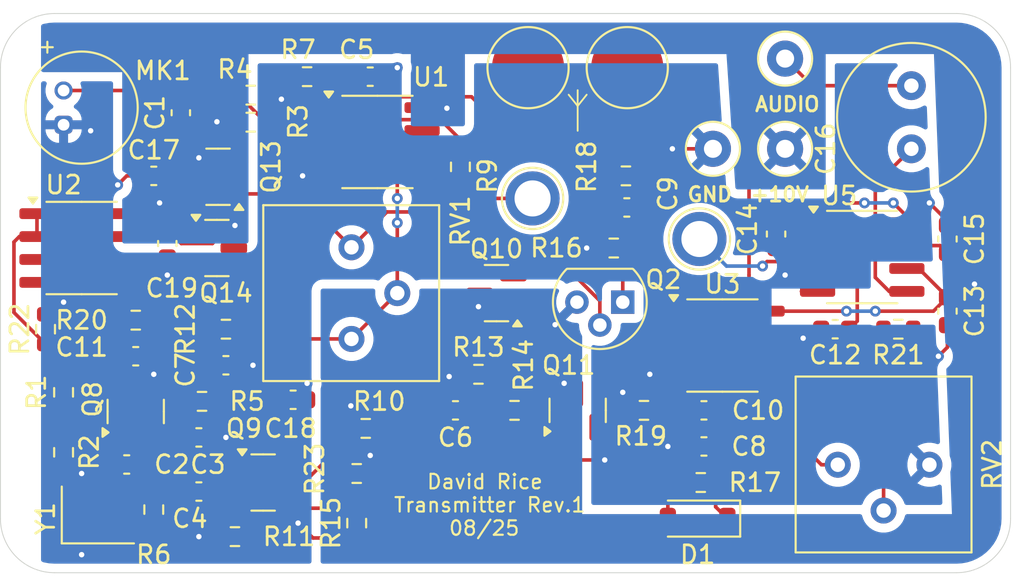
<source format=kicad_pcb>
(kicad_pcb (version 20241229) (generator "pcbnew") (generator_version "9.0")
  (layers (0 "F.Cu" signal) (2 "B.Cu" signal) (13 "F.Paste" user) (15 "B.Paste" user) (5 "F.SilkS" user "F.Silkscreen") (7 "B.SilkS" user "B.Silkscreen") (1 "F.Mask" user) (3 "B.Mask" user) (25 "Edge.Cuts" user))
  (net 0 "")
  (net 1 "Net-(U1A-+)")
  (net 2 "Net-(MK1-+)")
  (net 3 "Net-(Q8-B)")
  (net 4 "Net-(Q8-E)")
  (net 5 "GND")
  (net 6 "Net-(Q9-B)")
  (net 7 "Net-(C5-Pad1)")
  (net 8 "Net-(Q10-B)")
  (net 9 "Net-(Q9-C)")
  (net 10 "Net-(C7-Pad1)")
  (net 11 "Net-(D1-K)")
  (net 12 "Antenna")
  (net 13 "Net-(U2A-+)")
  (net 14 "Net-(U5--)")
  (net 15 "+10V")
  (net 16 "Net-(C14-Pad1)")
  (net 17 "Net-(C14-Pad2)")
  (net 18 "Net-(U5-BYPASS)")
  (net 19 "Net-(C16-Pad1)")
  (net 20 "Net-(D1-A)")
  (net 21 "MODULATING_SIGNAL")
  (net 22 "Net-(Q8-C)")
  (net 23 "Net-(Q9-E)")
  (net 24 "Net-(Q10-E)")
  (net 25 "Net-(Q13-B)")
  (net 26 "DC_INPUT")
  (net 27 "Net-(U1A--)")
  (net 28 "Net-(U1B-+)")
  (net 29 "Net-(U1B--)")
  (net 30 "Net-(R21-Pad1)")
  (net 31 "Net-(Q2-E)")
  (net 32 "Net-(Q13-E)")
  (net 33 "Net-(U3A-+)")
  (net 34 "Net-(U3A--)")
  (net 41 "SPEAKER")
  (footprint "Capacitor_THT:C_Radial_D8.0mm_H11.5mm_P3.50mm" (layer "F.Cu") (at 202.5 47 90)
    (property "Reference" "C16")
    (property "Value" "220uF" (hide yes))
  )
  (footprint "TestPoint:TestPoint_Loop_D2.50mm_Drill1.0mm" (layer "F.Cu") (at 191.5 47 90)
    (property "Reference" "TP2" (hide yes))
    (property "Value" "TestPoint" (hide yes))
  )
  (footprint "Package_SO:SOIC-8_3.9x4.9mm_P1.27mm" (layer "F.Cu") (at 192.025 57.905)
    (property "Reference" "U3")
    (property "Value" "NCS20072D" (hide yes))
  )
  (footprint "TestPoint:TestPoint_Plated_Hole_D2.0mm" (layer "F.Cu") (at 190.75 52)
    (property "Reference" "TP7" (hide yes))
    (property "Value" "TestPoint" (hide yes))
  )
  (footprint "Resistor_SMD:R_0603_1608Metric" (layer "F.Cu") (at 201.775 57 180)
    (property "Reference" "R21")
    (property "Value" "22K" (hide yes))
  )
  (footprint "Resistor_SMD:R_0603_1608Metric" (layer "F.Cu") (at 190.825 65.5 180)
    (property "Reference" "R17")
    (property "Value" "1K" (hide yes))
  )
  (footprint "TestPoint:TestPoint_Loop_D2.50mm_Drill1.0mm" (layer "F.Cu") (at 195.5 42 90)
    (property "Reference" "TP4" (hide yes))
    (property "Value" "TestPoint" (hide yes))
  )
  (footprint "Package_SO:SOIC-8_3.9x4.9mm_P1.27mm" (layer "F.Cu") (at 156.5 52.5)
    (property "Reference" "U2")
    (property "Value" "NCS20072D" (hide yes))
  )
  (footprint "Sensor_Audio:POM-2244P-C3310-2-R" (layer "F.Cu") (at 155.5 45.6675 90)
    (property "Reference" "MK1")
    (property "Value" "Microphone" (hide yes))
  )
  (footprint "Package_SO:SOIC-8_3.9x4.9mm_P1.27mm" (layer "F.Cu") (at 199.775 53)
    (property "Reference" "U5")
    (property "Value" "LM386" (hide yes))
  )
  (footprint "Diode_SMD:D_SOD-123" (layer "F.Cu") (at 190.65 67.5 180)
    (property "Reference" "D1")
    (property "Value" "D" (hide yes))
  )
  (footprint "Capacitor_SMD:C_0603_1608Metric" (layer "F.Cu") (at 163 66 180)
    (property "Reference" "C4")
    (property "Value" "10uF" (hide yes))
  )
  (footprint "Capacitor_SMD:C_0603_1608Metric" (layer "F.Cu") (at 162 45 90)
    (property "Reference" "C1")
    (property "Value" "10u" (hide yes))
  )
  (footprint "Resistor_SMD:R_0603_1608Metric" (layer "F.Cu") (at 171.75 65)
    (property "Reference" "R23")
    (property "Value" "22K" (hide yes))
  )
  (footprint "Potentiometer_THT:Potentiometer_Bourns_3386P_Vertical" (layer "F.Cu") (at 171.46 57.54)
    (property "Reference" "RV1")
    (property "Value" "R_Potentiometer" (hide yes))
  )
  (footprint "Resistor_SMD:R_0603_1608Metric" (layer "F.Cu") (at 164.5 57 180)
    (property "Reference" "R12")
    (property "Value" "100R" (hide yes))
  )
  (footprint "Resistor_SMD:R_0603_1608Metric" (layer "F.Cu") (at 163.175 61 180)
    (property "Reference" "R5")
    (property "Value" "100R" (hide yes))
  )
  (footprint "Package_SO:SOIC-8_3.9x4.9mm_P1.27mm" (layer "F.Cu") (at 172.9 46.62)
    (property "Reference" "U1")
    (property "Value" "NCS20072D" (hide yes))
  )
  (footprint "Resistor_SMD:R_0603_1608Metric" (layer "F.Cu") (at 154.5 57 90)
    (property "Reference" "R22")
    (property "Value" "10K" (hide yes))
  )
  (footprint "Capacitor_SMD:C_0603_1608Metric" (layer "F.Cu") (at 177.225 61.5 180)
    (property "Reference" "C6")
    (property "Value" "10uF" (hide yes))
  )
  (footprint "Package_TO_SOT_SMD:SOT-23" (layer "F.Cu") (at 184 61.5 90)
    (property "Reference" "Q11")
    (property "Value" "Q_NPN_BEC" (hide yes))
  )
  (footprint "Capacitor_SMD:C_0603_1608Metric" (layer "F.Cu") (at 160.5 48.5)
    (property "Reference" "C17")
    (property "Value" "10uF" (hide yes))
  )
  (footprint "TestPoint:TestPoint_Pad_D4.0mm" (layer "F.Cu") (at 186.75 42.5 90)
    (property "Reference" "TP6" (hide yes))
    (property "Value" "TestPoint" (hide yes))
  )
  (footprint "Resistor_SMD:R_0603_1608Metric" (layer "F.Cu") (at 155.5 60.5 -90)
    (property "Reference" "R1")
    (property "Value" "110K" (hide yes))
  )
  (footprint "Resistor_SMD:R_0603_1608Metric" (layer "F.Cu") (at 186.675 48.5 180)
    (property "Reference" "R18")
    (property "Value" "100R" (hide yes))
  )
  (footprint "Package_TO_SOT_SMD:SOT-23" (layer "F.Cu") (at 164 52.5)
    (property "Reference" "Q14")
    (property "Value" "Q_NPN_BEC" (hide yes))
  )
  (footprint "Capacitor_SMD:C_0603_1608Metric" (layer "F.Cu") (at 195 51.725 -90)
    (property "Reference" "C14" (hide yes))
    (property "Value" "10uF" (hide yes))
  )
  (footprint "Resistor_SMD:R_0603_1608Metric" (layer "F.Cu") (at 171.75 67.75 90)
    (property "Reference" "R15")
    (property "Value" "15K" (hide yes))
  )
  (footprint "Resistor_SMD:R_0603_1608Metric" (layer "F.Cu") (at 178.5 59.5 180)
    (property "Reference" "R13")
    (property "Value" "15K" (hide yes))
  )
  (footprint "Package_TO_SOT_THT:TO-92" (layer "F.Cu") (at 186.5 55.5 180)
    (property "Reference" "Q2")
    (property "Value" "2N2222" (hide yes))
  )
  (footprint "Capacitor_SMD:C_0603_1608Metric" (layer "F.Cu") (at 172.5 43)
    (property "Reference" "C5")
    (property "Value" "10uF" (hide yes))
  )
  (footprint "TestPoint:TestPoint_Loop_D2.50mm_Drill1.0mm" (layer "F.Cu") (at 195.5 47 180)
    (property "Reference" "TP1" (hide yes))
    (property "Value" "TestPoint" (hide yes))
  )
  (footprint "Resistor_SMD:R_0603_1608Metric" (layer "F.Cu") (at 165.875 45.525)
    (property "Reference" "R3")
    (property "Value" "22k" (hide yes))
  )
  (footprint "Capacitor_SMD:C_0603_1608Metric" (layer "F.Cu") (at 204.5 52 -90)
    (property "Reference" "C15")
    (property "Value" "10uF" (hide yes))
  )
  (footprint "Resistor_SMD:R_0603_1608Metric" (layer "F.Cu") (at 165 68.5)
    (property "Reference" "R11")
    (property "Value" "1K" (hide yes))
  )
  (footprint "Resistor_SMD:R_0603_1608Metric" (layer "F.Cu") (at 187.675 61.5 180)
    (property "Reference" "R19")
    (property "Value" "100K" (hide yes))
  )
  (footprint "Capacitor_SMD:C_0603_1608Metric" (layer "F.Cu") (at 191 63.5 180)
    (property "Reference" "C8")
    (property "Value" "10nF" (hide yes))
  )
  (footprint "Resistor_SMD:R_0603_1608Metric" (layer "F.Cu") (at 180.5 61.5 180)
    (property "Reference" "R14")
    (property "Value" "22K" (hide yes))
  )
  (footprint "Capacitor_SMD:C_0603_1608Metric" (layer "F.Cu") (at 186.725 50.25 180)
    (property "Reference" "C9")
    (property "Value" "10uF" (hide yes))
  )
  (footprint "Resistor_SMD:R_0603_1608Metric" (layer "F.Cu") (at 172.25 62.5 180)
    (property "Reference" "R10")
    (property "Value" "1K" (hide yes))
  )
  (footprint "Package_TO_SOT_SMD:SOT-23" (layer "F.Cu") (at 164.0625 48.55 180)
    (property "Reference" "Q13")
    (property "Value" "Q_NPN_BEC" (hide yes))
  )
  (footprint "Capacitor_SMD:C_0603_1608Metric" (layer "F.Cu") (at 161.25 52.25 -90)
    (property "Reference" "C19")
    (property "Value" "10nF" (hide yes))
  )
  (footprint "TestPoint:TestPoint_Plated_Hole_D2.0mm" (layer "F.Cu") (at 181.5 49.75)
    (property "Reference" "TP8" (hide yes))
    (property "Value" "TestPoint" (hide yes))
  )
  (footprint "Capacitor_SMD:C_0603_1608Metric" (layer "F.Cu") (at 204.5 56 -90)
    (property "Reference" "C13")
    (property "Value" "10nF" (hide yes))
  )
  (footprint "Capacitor_SMD:C_0603_1608Metric" (layer "F.Cu") (at 191 61.5 180)
    (property "Reference" "C10")
    (property "Value" "10uF" (hide yes))
  )
  (footprint "Capacitor_SMD:C_0603_1608Metric" (layer "F.Cu") (at 163 63)
    (property "Reference" "C3")
    (property "Value" "51pF" (hide yes))
  )
  (footprint "Crystal:Crystal_SMD_SeikoEpson_TSX3225-4Pin_3.2x2.5mm" (layer "F.Cu") (at 157.4 67.3)
    (property "Reference" "Y1")
    (property "Value" "Crystal_GND24" (hide yes))
  )
  (footprint "Capacitor_SMD:C_0603_1608Metric" (layer "F.Cu") (at 198.275 57 180)
    (property "Reference" "C12")
    (property "Value" "50pF" (hide yes))
  )
  (footprint "Package_TO_SOT_SMD:SOT-23" (layer "F.Cu") (at 179.5 55 180)
    (property "Reference" "Q10")
    (property "Value" "Q_NPN_BEC" (hide yes))
  )
  (footprint "TestPoint:TestPoint_Pad_D4.0mm" (layer "F.Cu") (at 181.25 42.5 90)
    (property "Reference" "TP5" (hide yes))
    (property "Value" "TestPoint" (hide yes))
  )
  (footprint "Capacitor_SMD:C_0603_1608Metric" (layer "F.Cu") (at 159 64.5)
    (property "Reference" "C2")
    (property "Value" "51pF" (hide yes))
  )
  (footprint "Package_TO_SOT_SMD:SOT-23" (layer "F.Cu") (at 166.5625 65.5)
    (property "Reference" "Q9")
    (property "Value" "Q_NPN_BEC" (hide yes))
  )
  (footprint "Resistor_SMD:R_0603_1608Metric" (layer "F.Cu") (at 165.875 44.025)
    (property "Reference" "R4")
    (property "Value" "100k" (hide yes))
  )
  (footprint "Resistor_SMD:R_0603_1608Metric" (layer "F.Cu") (at 155.5 63.825 -90)
    (property "Reference" "R2")
    (property "Value" "680K" (hide yes))
  )
  (footprint "Capacitor_SMD:C_0603_1608Metric" (layer "F.Cu") (at 164.5 59)
    (property "Reference" "C7")
    (property "Value" "10uF" (hide yes))
  )
  (footprint "Capacitor_SMD:C_0603_1608Metric" (layer "F.Cu") (at 159.5 58.5)
    (property "Reference" "C11")
    (property "Value" "10uF" (hide yes))
  )
  (footprint "Package_TO_SOT_SMD:SOT-23" (layer "F.Cu") (at 159.5 61.5625 90)
    (property "Reference" "Q8")
    (property "Value" "Q_NPN_BEC" (hide yes))
  )
  (footprint "Capacitor_SMD:C_0603_1608Metric" (layer "F.Cu") (at 168.225 60.9125)
    (property "Reference" "C18")
    (property "Value" "10nF" (hide yes))
  )
  (footprint "Resistor_SMD:R_0603_1608Metric" (layer "F.Cu") (at 160.5 67 -90)
    (property "Reference" "R6")
    (property "Value" "1K" (hide yes))
  )
  (footprint "Resistor_SMD:R_0603_1608Metric" (layer "F.Cu") (at 159.5 56.5 180)
    (property "Reference" "R20")
    (property "Value" "100K" (hide yes))
  )
  (footprint "Potentiometer_THT:Potentiometer_Bourns_3386P_Vertical" (layer "F.Cu") (at 198.42 64.515 -90)
    (property "Reference" "RV2")
    (property "Value" "R_Potentiometer" (hide yes))
  )
  (footprint "Resistor_SMD:R_0603_1608Metric" (layer "F.Cu") (at 186 52.5 180)
    (property "Reference" "R16")
    (property "Value" "1K" (hide yes))
  )
  (footprint "Resistor_SMD:R_0603_1608Metric" (layer "F.Cu") (at 177.5 48 90)
    (property "Reference" "R9")
    (property "Value" "10k" (hide yes))
  )
  (footprint "Resistor_SMD:R_0603_1608Metric" (layer "F.Cu") (at 169 43)
    (property "Reference" "R7")
    (property "Value" "1k" (hide yes))
  )
  (gr_line (start 184 44.625) (end 184.5 44) (stroke (width 0.1)) (layer "F.SilkS"))
  (gr_line (start 184 43.75) (end 184 44.625) (stroke (width 0.1)) (layer "F.SilkS"))
  (gr_line (start 184 44.625) (end 183.5 44) (stroke (width 0.1)) (layer "F.SilkS"))
  (gr_line (start 184 46) (end 184 44.5) (stroke (width 0.1)) (layer "F.SilkS"))
  (gr_line (start 208 42.5) (end 208 67.5) (stroke (width 0.05)) (layer "Edge.Cuts"))
  (gr_arc (start 155 70.5) (mid 152.87868 69.62132) (end 152 67.5) (stroke (width 0.05)) (layer "Edge.Cuts"))
  (gr_line (start 155 39.5) (end 205 39.5) (stroke (width 0.05)) (layer "Edge.Cuts"))
  (gr_arc (start 208 67.5) (mid 207.12132 69.62132) (end 205 70.5) (stroke (width 0.05)) (layer "Edge.Cuts"))
  (gr_line (start 152 67.5) (end 152 42.5) (stroke (width 0.05)) (layer "Edge.Cuts"))
  (gr_arc (start 205 39.5) (mid 207.12132 40.37868) (end 208 42.5) (stroke (width 0.05)) (layer "Edge.Cuts"))
  (gr_arc (start 152 42.5) (mid 152.87868 40.37868) (end 155 39.5) (stroke (width 0.05)) (layer "Edge.Cuts"))
  (gr_line (start 205 70.5) (end 155 70.5) (stroke (width 0.05)) (layer "Edge.Cuts"))
  (gr_text "+10V" (at 193.5 50 0) (layer "F.SilkS") (effects (font (size 0.8 0.8) (thickness 0.16) (bold yes)) (justify left bottom)))
  (gr_text "GND" (at 190 50 0) (layer "F.SilkS") (effects (font (size 0.8 0.8) (thickness 0.16) (bold yes)) (justify left bottom)))
  (gr_text "   David Rice\nTransmitter Rev.1\n     08/25" (at 173.75 68.5 0) (layer "F.SilkS") (effects (font (size 0.8 0.8) (thickness 0.12)) (justify left bottom)))
  (gr_text "C14" (at 194 53 90) (layer "F.SilkS") (effects (font (size 1 1)) (justify left bottom)))
  (gr_text "AUDIO" (at 193.75 45 0) (layer "F.SilkS") (effects (font (size 0.8 0.8) (thickness 0.16) (bold yes)) (justify left bottom)))
  (segment (start 166.7 45.525) (end 168.43 47.255) (width 0.2) (layer "F.Cu") (net 1))
  (segment (start 165.05 44.025) (end 165.2 44.025) (width 0.2) (layer "F.Cu") (net 1))
  (segment (start 162 44.225) (end 162.2 44.025) (width 0.2) (layer "F.Cu") (net 1))
  (segment (start 162.2 44.025) (end 165.05 44.025) (width 0.2) (layer "F.Cu") (net 1))
  (segment (start 165.2 44.025) (end 166.7 45.525) (width 0.2) (layer "F.Cu") (net 1))
  (segment (start 168.43 47.255) (end 170.425 47.255) (width 0.2) (layer "F.Cu") (net 1))
  (segment (start 164.85 44.225) (end 165.05 44.025) (width 0.2) (layer "F.Cu") (net 1))
  (segment (start 159.9925 43.7675) (end 162 45.775) (width 0.2) (layer "F.Cu") (net 2))
  (segment (start 155.5 43.7675) (end 159.9925 43.7675) (width 0.2) (layer "F.Cu") (net 2))
  (segment (start 158.225 64.5) (end 158.225 64.275) (width 0.2) (layer "F.Cu") (net 3))
  (segment (start 158.5 66.5) (end 158.5 64.775) (width 0.2) (layer "F.Cu") (net 3))
  (segment (start 157 63) (end 157.5 62.5) (width 0.2) (layer "F.Cu") (net 3))
  (segment (start 155.5 63) (end 157 63) (width 0.2) (layer "F.Cu") (net 3))
  (segment (start 158.55 63.95) (end 158.55 62.5) (width 0.2) (layer "F.Cu") (net 3))
  (segment (start 158.5 64.775) (end 158.225 64.5) (width 0.2) (layer "F.Cu") (net 3))
  (segment (start 158.225 64.275) (end 158.55 63.95) (width 0.2) (layer "F.Cu") (net 3))
  (segment (start 155.5 61.325) (end 155.5 63) (width 0.2) (layer "F.Cu") (net 3))
  (segment (start 157.5 62.5) (end 158.55 62.5) (width 0.2) (layer "F.Cu") (net 3))
  (segment (start 159.775 63.175) (end 160.45 62.5) (width 0.2) (layer "F.Cu") (net 4))
  (segment (start 160.675 66) (end 160.5 66.175) (width 0.2) (layer "F.Cu") (net 4))
  (segment (start 162.225 63) (end 160.95 63) (width 0.2) (layer "F.Cu") (net 4))
  (segment (start 160.5 66.175) (end 162.05 66.175) (width 0.2) (layer "F.Cu") (net 4))
  (segment (start 160.95 63) (end 160.45 62.5) (width 0.2) (layer "F.Cu") (net 4))
  (segment (start 159.775 64.5) (end 159.775 65.45) (width 0.2) (layer "F.Cu") (net 4))
  (segment (start 159.775 65.45) (end 160.5 66.175) (width 0.2) (layer "F.Cu") (net 4))
  (segment (start 159.775 64.5) (end 159.775 63.175) (width 0.2) (layer "F.Cu") (net 4))
  (segment (start 162.05 66.175) (end 162.225 66) (width 0.2) (layer "F.Cu") (net 4))
  (segment (start 173.5 43) (end 174 42.5) (width 0.2) (layer "F.Cu") (net 5))
  (segment (start 156.3 66.5) (end 156.3 68.1) (width 0.2) (layer "F.Cu") (net 5))
  (segment (start 164.175 68.5) (end 163 68.5) (width 0.2) (layer "F.Cu") (net 5))
  (segment (start 197.3 56.8) (end 197.5 57) (width 0.2) (layer "F.Cu") (net 5))
  (segment (start 155.5 64.65) (end 155.5 65.7) (width 0.2) (layer "F.Cu") (net 5))
  (segment (start 204.5 51) (end 203.5 50) (width 0.2) (layer "F.Cu") (net 5))
  (segment (start 189.25 45) (end 186.75 42.5) (width 0.2) (layer "F.Cu") (net 5))
  (segment (start 197.3 53.635) (end 195.865 53.635) (width 0.2) (layer "F.Cu") (net 5))
  (segment (start 155.525 55.475) (end 155.5 55.5) (width 0.2) (layer "F.Cu") (net 5))
  (segment (start 160.275 59.275) (end 160.5 59.5) (width 0.2) (layer "F.Cu") (net 5))
  (segment (start 167.325933 44) (end 167.05 44) (width 0.2) (layer "F.Cu") (net 5))
  (segment (start 167.025 44.025) (end 166.7 44.025) (width 0.2) (layer "F.Cu") (net 5))
  (segment (start 190.225 63.5) (end 189 63.5) (width 0.2) (layer "F.Cu") (net 5))
  (segment (start 190 63.725) (end 190.225 63.5) (width 0.2) (layer "F.Cu") (net 5))
  (segment (start 167.575 44.249067) (end 167.325933 44) (width 0.2) (layer "F.Cu") (net 5))
  (segment (start 204.5 51.225) (end 204.5 51) (width 0.2) (layer "F.Cu") (net 5))
  (segment (start 196.405 54.905) (end 197.3 54.905) (width 0.2) (layer "F.Cu") (net 5))
  (segment (start 160.175 67.825) (end 159.9 68.1) (width 0.2) (layer "F.Cu") (net 5))
  (segment (start 197.5 57) (end 197 57) (width 0.2) (layer "F.Cu") (net 5))
  (segment (start 159 48.5) (end 158.5 49) (width 0.2) (layer "F.Cu") (net 5))
  (segment (start 154.5 56.175) (end 154.825 56.175) (width 0.2) (layer "F.Cu") (net 5))
  (segment (start 186.85 61.5) (end 186.85 60.85) (width 0.2) (layer "F.Cu") (net 5))
  (segment (start 181.325 61.5) (end 181.325 62.091968) (width 0.2) (layer "F.Cu") (net 5))
  (segment (start 156.3 68.1) (end 156.3 69.3) (width 0.2) (layer "F.Cu") (net 5))
  (segment (start 188.31 59.81) (end 188 59.5) (width 0.2) (layer "F.Cu") (net 5))
  (segment (start 197.3 54.905) (end 197.3 53.635) (width 0.2) (layer "F.Cu") (net 5))
  (segment (start 155.5 45.6675) (end 156.6675 45.6675) (width 0.2) (layer "F.Cu") (net 5))
  (segment (start 189.55 59.81) (end 188.31 59.81) (width 0.2) (layer "F.Cu") (net 5))
  (segment (start 156.3 68.1) (end 158.5 68.1) (width 0.2) (layer "F.Cu") (net 5))
  (segment (start 161.25 53.05) (end 161.451 52.849) (width 0.2) (layer "F.Cu") (net 5))
  (segment (start 156.3 66.5) (end 156.5 66.5) (width 0.2) (layer "F.Cu") (net 5))
  (segment (start 204.5 58) (end 204.5 56.775) (width 0.2) (layer "F.Cu") (net 5))
  (segment (start 189.5 45) (end 189.25 45) (width 0.2) (layer "F.Cu") (net 5))
  (segment (start 185.85 48.5) (end 185.85 43.4) (width 0.2) (layer "F.Cu") (net 5))
  (segment (start 171.75 68.575) (end 169.325 68.575) (width 0.2) (layer "F.Cu") (net 5))
  (segment (start 156.6675 45.6675) (end 157 46) (width 0.2) (layer "F.Cu") (net 5))
  (segment (start 169.325 68.575) (end 168.5 67.75) (width 0.2) (layer "F.Cu") (net 5))
  (segment (start 170.425 48.525) (end 168.775 48.525) (width 0.2) (layer "F.Cu") (net 5))
  (segment (start 169 60.9125) (end 169 60) (width 0.2) (layer "F.Cu") (net 5))
  (segment (start 183.483032 64.25) (end 185.5 64.25) (width 0.2) (layer "F.Cu") (net 5))
  (segment (start 155.5 64.65) (end 156.15 64.65) (width 0.2) (layer "F.Cu") (net 5))
  (segment (start 185.85 43.4) (end 186.75 42.5) (width 0.2) (layer "F.Cu") (net 5))
  (segment (start 156.15 64.65) (end 156.5 65) (width 0.2) (layer "F.Cu") (net 5))
  (segment (start 181.325 62.091968) (end 183.483032 64.25) (width 0.2) (layer "F.Cu") (net 5))
  (segment (start 197 57) (end 196.5 57.5) (width 0.2) (layer "F.Cu") (net 5))
  (segment (start 185.175 52.5) (end 184.5 52.5) (width 0.2) (layer "F.Cu") (net 5))
  (segment (start 154.405 54.405) (end 155.5 55.5) (width 0.2) (layer "F.Cu") (net 5))
  (segment (start 159.725 48.5) (end 159 48.5) (width 0.2) (layer "F.Cu") (net 5))
  (segment (start 173.275 43) (end 173.5 43) (width 0.2) (layer "F.Cu") (net 5))
  (segment (start 161.25 53.025) (end 161.25 54) (width 0.2) (layer "F.Cu") (net 5))
  (segment (start 191.5 47) (end 189.25 47) (width 0.2) (layer "F.Cu") (net 5))
  (segment (start 160.275 58.5) (end 160.275 59.275) (width 0.2) (layer "F.Cu") (net 5))
  (segment (start 156.3 69.3) (end 156.5 69.5) (width 0.2) (layer "F.Cu") (net 5))
  (segment (start 154.275 54.405) (end 154.405 54.405) (width 0.2) (layer "F.Cu") (net 5))
  (segment (start 191.5 47) (end 189.5 45) (width 0.2) (layer "F.Cu") (net 5))
  (segment (start 159.9 68.1) (end 158.5 68.1) (width 0.2) (layer "F.Cu") (net 5))
  (segment (start 168.775 48.525) (end 168.75 48.5) (width 0.2) (layer "F.Cu") (net 5))
  (segment (start 154.825 56.175) (end 155.5 55.5) (width 0.2) (layer "F.Cu") (net 5))
  (segment (start 195.865 53.635) (end 195.5 54) (width 0.2) (layer "F.Cu") (net 5))
  (segment (start 186.85 60.85) (end 186.5 60.5) (width 0.2) (layer "F.Cu") (net 5))
  (segment (start 155.5 65.7) (end 156.3 66.5) (width 0.2) (layer "F.Cu") (net 5))
  (segment (start 160.5 67.825) (end 160.175 67.825) (width 0.2) (layer "F.Cu") (net 5))
  (segment (start 165.275 59) (end 166 59) (width 0.2) (layer "F.Cu") (net 5))
  (segment (start 163.775 63) (end 164.5 63) (width 0.2) (layer "F.Cu") (net 5))
  (segment (start 204 58.5) (end 204.5 58) (width 0.2) (layer "F.Cu") (net 5))
  (segment (start 167.05 44) (end 167.025 44.025) (width 0.2) (layer "F.Cu") (net 5))
  (segment (start 190 65.5) (end 190 63.725) (width 0.2) (layer "F.Cu") (net 5))
  (via (at 158.5 49) (size 0.6) (drill 0.3) (layers "F.Cu" "B.Cu") (net 5))
  (via (at 161.25 54) (size 0.6) (drill 0.3) (layers "F.Cu" "B.Cu") (net 5))
  (via (at 166 59) (size 0.6) (drill 0.3) (layers "F.Cu" "B.Cu") (net 5))
  (via (at 169 60) (size 0.6) (drill 0.3) (layers "F.Cu" "B.Cu") (net 5))
  (via (at 188 59.5) (size 0.6) (drill 0.3) (layers "F.Cu" "B.Cu") (net 5))
  (via (at 168.5 67.75) (size 0.6) (drill 0.3) (layers "F.Cu" "B.Cu") (net 5))
  (via (at 203.5 50) (size 0.6) (drill 0.3) (layers "F.Cu" "B.Cu") (net 5))
  (via (at 164.5 63) (size 0.6) (drill 0.3) (layers "F.Cu" "B.Cu") (net 5))
  (via (at 204 58.5) (size 0.6) (drill 0.3) (layers "F.Cu" "B.Cu") (net 5))
  (via (at 168.75 48.5) (size 0.6) (drill 0.3) (layers "F.Cu" "B.Cu") (net 5))
  (via (at 196.5 57.5) (size 0.6) (drill 0.3) (layers "F.Cu" "B.Cu") (net 5))
  (via (at 156.5 65) (size 0.6) (drill 0.3) (layers "F.Cu" "B.Cu") (net 5))
  (via (at 156.5 69.5) (size 0.6) (drill 0.3) (layers "F.Cu" "B.Cu") (net 5))
  (via (at 155.5 55.5) (size 0.6) (drill 0.3) (layers "F.Cu" "B.Cu") (net 5))
  (via (at 160.5 59.5) (size 0.6) (drill 0.3) (layers "F.Cu" "B.Cu") (net 5))
  (via (at 184.5 52.5) (size 0.6) (drill 0.3) (layers "F.Cu" "B.Cu") (net 5))
  (via (at 185.5 64.25) (size 0.6) (drill 0.3) (layers "F.Cu" "B.Cu") (net 5))
  (via (at 157 46) (size 0.6) (drill 0.3) (layers "F.Cu" "B.Cu") (net 5))
  (via (at 189.25 47) (size 0.6) (drill 0.3) (layers "F.Cu" "B.Cu") (net 5))
  (via (at 163 68.5) (size 0.6) (drill 0.3) (layers "F.Cu" "B.Cu") (net 5))
  (via (at 195.5 54) (size 0.6) (drill 0.3) (layers "F.Cu" "B.Cu") (net 5))
  (via (at 167.575 44.249067) (size 0.6) (drill 0.3) (layers "F.Cu" "B.Cu") (net 5))
  (via (at 174 42.5) (size 0.6) (drill 0.3) (layers "F.Cu" "B.Cu") (net 5))
  (via (at 189 63.5) (size 0.6) (drill 0.3) (layers "F.Cu" "B.Cu") (net 5))
  (via (at 186.5 60.5) (size 0.6) (drill 0.3) (layers "F.Cu" "B.Cu") (net 5))
  (segment (start 163.775 66) (end 164.175 66) (width 0.2) (layer "F.Cu") (net 6))
  (segment (start 165.625 64.55) (end 165.625 65.004468) (width 0.2) (layer "F.Cu") (net 6))
  (segment (start 164.175 66) (end 165.625 64.55) (width 0.2) (layer "F.Cu") (net 6))
  (segment (start 171.75 66.925) (end 171.75 65.825) (width 0.2) (layer "F.Cu") (net 6))
  (segment (start 165.625 65.004468) (end 167.545532 66.925) (width 0.2) (layer "F.Cu") (net 6))
  (segment (start 171.75 65.825) (end 170.925 65) (width 0.2) (layer "F.Cu") (net 6))
  (segment (start 167.545532 66.925) (end 171.75 66.925) (width 0.2) (layer "F.Cu") (net 6))
  (segment (start 169.825 43) (end 171.725 43) (width 0.2) (layer "F.Cu") (net 7))
  (segment (start 180.849999 59.5) (end 179.325 59.5) (width 0.2) (layer "F.Cu") (net 8))
  (segment (start 183.05 61.700001) (end 180.849999 59.5) (width 0.2) (layer "F.Cu") (net 8))
  (segment (start 179.325 57.0625) (end 180.4375 55.95) (width 0.2) (layer "F.Cu") (net 8))
  (segment (start 179.325 61.15) (end 179.675 61.5) (width 0.2) (layer "F.Cu") (net 8))
  (segment (start 179.325 59.5) (end 179.325 57.0625) (width 0.2) (layer "F.Cu") (net 8))
  (segment (start 179.675 61.5) (end 178 61.5) (width 0.2) (layer "F.Cu") (net 8))
  (segment (start 183.05 62.4375) (end 183.05 61.700001) (width 0.2) (layer "F.Cu") (net 8))
  (segment (start 179.325 59.5) (end 179.325 61.15) (width 0.2) (layer "F.Cu") (net 8))
  (segment (start 167.5 65.5) (end 168.825 65.5) (width 0.2) (layer "F.Cu") (net 9))
  (segment (start 168.825 65.5) (end 170.325 64) (width 0.2) (layer "F.Cu") (net 9))
  (segment (start 175.45 62.5) (end 176.45 61.5) (width 0.2) (layer "F.Cu") (net 9))
  (segment (start 171.575 64) (end 173.075 62.5) (width 0.2) (layer "F.Cu") (net 9))
  (segment (start 173.075 62.5) (end 175.45 62.5) (width 0.2) (layer "F.Cu") (net 9))
  (segment (start 170.325 64) (end 171.575 64) (width 0.2) (layer "F.Cu") (net 9))
  (segment (start 163.675 57.675) (end 163.725 57.725) (width 0.2) (layer "F.Cu") (net 10))
  (segment (start 163.725 57.05) (end 163.675 57) (width 0.2) (layer "F.Cu") (net 10))
  (segment (start 163.725 57.725) (end 163.725 59) (width 0.2) (layer "F.Cu") (net 10))
  (segment (start 163.675 57) (end 163.675 57.675) (width 0.2) (layer "F.Cu") (net 10))
  (segment (start 191.65 66.85) (end 192.3 67.5) (width 0.2) (layer "F.Cu") (net 11))
  (segment (start 191.775 61.5) (end 191.775 63.5) (width 0.2) (layer "F.Cu") (net 11))
  (segment (start 191.65 63.625) (end 191.775 63.5) (width 0.2) (layer "F.Cu") (net 11))
  (segment (start 191.65 65.5) (end 191.65 66.85) (width 0.2) (layer "F.Cu") (net 11))
  (segment (start 191.65 65.5) (end 191.65 63.625) (width 0.2) (layer "F.Cu") (net 11))
  (segment (start 187.5 48.7) (end 185.95 50.25) (width 0.2) (layer "F.Cu") (net 12))
  (segment (start 187.5 48.5) (end 187.5 48.7) (width 0.2) (layer "F.Cu") (net 12))
  (segment (start 181.5 42.75) (end 181.25 42.5) (width 0.2) (layer "F.Cu") (net 12))
  (segment (start 185.95 50.25) (end 181.5 45.8) (width 0.2) (layer "F.Cu") (net 12))
  (segment (start 181.5 45.8) (end 181.5 42.75) (width 0.2) (layer "F.Cu") (net 12))
  (segment (start 158.725 58.5) (end 158.725 56.55) (width 0.2) (layer "F.Cu") (net 13))
  (segment (start 158.725 56.55) (end 158.675 56.5) (width 0.2) (layer "F.Cu") (net 13))
  (segment (start 158.675 56.425) (end 158.675 56.5) (width 0.2) (layer "F.Cu") (net 13))
  (segment (start 155.385 53.135) (end 158.675 56.425) (width 0.2) (layer "F.Cu") (net 13))
  (segment (start 154.025 53.135) (end 155.385 53.135) (width 0.2) (layer "F.Cu") (net 13))
  (segment (start 194.25 53.5) (end 194.499 53.251) (width 0.2) (layer "F.Cu") (net 14))
  (segment (start 196.36011 52.365) (end 195.47411 53.251) (width 0.2) (layer "F.Cu") (net 14))
  (segment (start 197.3 52.365) (end 198.274999 52.365) (width 0.2) (layer "F.Cu") (net 14))
  (segment (start 194.499 53.251) (end 195.47411 53.251) (width 0.2) (layer "F.Cu") (net 14))
  (segment (start 200.95 57) (end 199.05 57) (width 0.2) (layer "F.Cu") (net 14))
  (segment (start 198.274999 52.365) (end 199.5 53.590001) (width 0.2) (layer "F.Cu") (net 14))
  (segment (start 199.5 56.55) (end 199.05 57) (width 0.2) (layer "F.Cu") (net 14))
  (segment (start 197.3 52.365) (end 196.36011 52.365) (width 0.2) (layer "F.Cu") (net 14))
  (segment (start 199.5 53.590001) (end 199.5 56.55) (width 0.2) (layer "F.Cu") (net 14))
  (via (at 194.25 53.5) (size 0.6) (drill 0.3) (layers "F.Cu" "B.Cu") (net 14))
  (segment (start 192.25 53.5) (end 190.75 52) (width 0.2) (layer "B.Cu") (net 14))
  (segment (start 194.25 53.5) (end 192.25 53.5) (width 0.2) (layer "B.Cu") (net 14))
  (segment (start 193.5 49) (end 195.5 47) (width 0.2) (layer "F.Cu") (net 15))
  (segment (start 165.05 45.525) (end 164.025 45.525) (width 0.2) (layer "F.Cu") (net 15))
  (segment (start 193.5 54.5) (end 193.5 54) (width 0.2) (layer "F.Cu") (net 15))
  (segment (start 165.05 45.525) (end 164.975 45.525) (width 0.2) (layer "F.Cu") (net 15))
  (segment (start 205.275 55.225) (end 204.5 55.225) (width 0.2) (layer "F.Cu") (net 15))
  (segment (start 161.275 48.5) (end 163.075 48.5) (width 0.2) (layer "F.Cu") (net 15))
  (segment (start 183.8125 60.5625) (end 183.25 60) (width 0.2) (layer "F.Cu") (net 15))
  (segment (start 175.028032 44.715) (end 175.375 44.715) (width 0.2) (layer "F.Cu") (net 15))
  (segment (start 163.125 48.55) (end 163.125 47.625) (width 0.2) (layer "F.Cu") (net 15))
  (segment (start 194.5 56) (end 193.5 55) (width 0.2) (layer "F.Cu") (net 15))
  (segment (start 163.075 48.5) (end 163.125 48.55) (width 0.2) (layer "F.Cu") (net 15))
  (segment (start 176.875 59.625) (end 177 59.5) (width 0.2) (layer "F.Cu") (net 15))
  (segment (start 160.226968 50.595) (end 159.225 50.595) (width 0.2) (layer "F.Cu") (net 15))
  (segment (start 178.5625 55.6875) (end 178.5625 55) (width 0.2) (layer "F.Cu") (net 15))
  (segment (start 171.425 61.25) (end 171.425 62.5) (width 0.2) (layer "F.Cu") (net 15))
  (segment (start 204.5 55.225) (end 202.91 53.635) (width 0.2) (layer "F.Cu") (net 15))
  (segment (start 206 54.5) (end 205.275 55.225) (width 0.2) (layer "F.Cu") (net 15))
  (segment (start 194.5 56) (end 198.9 56) (width 0.2) (layer "F.Cu") (net 15))
  (segment (start 176.75 44.75) (end 176.715 44.715) (width 0.2) (layer "F.Cu") (net 15))
  (segment (start 203.725 56) (end 200.5 56) (width 0.2) (layer "F.Cu") (net 15))
  (segment (start 183.96 55.5) (end 183.96 55.54) (width 0.2) (layer "F.Cu") (net 15))
  (segment (start 183.96 55.54) (end 182.75 56.75) (width 0.2) (layer "F.Cu") (net 15))
  (segment (start 172.575 64.075) (end 172.5 64) (width 0.2) (layer "F.Cu") (net 15))
  (segment (start 177 59.5) (end 177.675 59.5) (width 0.2) (layer "F.Cu") (net 15))
  (segment (start 172.575 65) (end 172.575 64.075) (width 0.2) (layer "F.Cu") (net 15))
  (segment (start 163.125 47.625) (end 163 47.5) (width 0.2) (layer "F.Cu") (net 15))
  (segment (start 164.9375 52.5) (end 164.9375 51.3125) (width 0.2) (layer "F.Cu") (net 15))
  (segment (start 193.5 55) (end 193.5 54.5) (width 0.2) (layer "F.Cu") (net 15))
  (segment (start 160.821968 50) (end 160.226968 50.595) (width 0.2) (layer "F.Cu") (net 15))
  (segment (start 202.91 53.635) (end 202.25 53.635) (width 0.2) (layer "F.Cu") (net 15))
  (segment (start 193.5 54) (end 193.5 49) (width 0.2) (layer "F.Cu") (net 15))
  (segment (start 164.025 45.525) (end 164 45.5) (width 0.2) (layer "F.Cu") (net 15))
  (segment (start 176.715 44.715) (end 175.375 44.715) (width 0.2) (layer "F.Cu") (net 15))
  (segment (start 178.5 55.75) (end 178.5625 55.6875) (width 0.2) (layer "F.Cu") (net 15))
  (segment (start 184 60.5625) (end 183.8125 60.5625) (width 0.2) (layer "F.Cu") (net 15))
  (segment (start 164.9375 51.3125) (end 165 51.25) (width 0.2) (layer "F.Cu") (net 15))
  (segment (start 204.5 55.225) (end 203.725 56) (width 0.2) (layer "F.Cu") (net 15))
  (via (at 178.5 55.75) (size 0.6) (drill 0.3) (layers "F.Cu" "B.Cu") (net 15))
  (via (at 164 45.5) (size 0.6) (drill 0.3) (layers "F.Cu" "B.Cu") (net 15))
  (via (at 198.9 56) (size 0.6) (drill 0.3) (layers "F.Cu" "B.Cu") (net 15))
  (via (at 200.5 56) (size 0.6) (drill 0.3) (layers "F.Cu" "B.Cu") (net 15))
  (via (at 176.875 59.625) (size 0.6) (drill 0.3) (layers "F.Cu" "B.Cu") (net 15))
  (via (at 160.821968 50) (size 0.6) (drill 0.3) (layers "F.Cu" "B.Cu") (net 15))
  (via (at 171.425 61.25) (size 0.6) (drill 0.3) (layers "F.Cu" "B.Cu") (net 15))
  (via (at 182.75 56.75) (size 0.6) (drill 0.3) (layers "F.Cu" "B.Cu") (net 15))
  (via (at 172.5 64) (size 0.6) (drill 0.3) (layers "F.Cu" "B.Cu") (net 15))
  (via (at 176.75 44.75) (size 0.6) (drill 0.3) (layers "F.Cu" "B.Cu") (net 15))
  (via (at 165 51.25) (size 0.6) (drill 0.3) (layers "F.Cu" "B.Cu") (net 15))
  (via (at 206 54.5) (size 0.6) (drill 0.3) (layers "F.Cu" "B.Cu") (net 15))
  (via (at 163 47.5) (size 0.6) (drill 0.3) (layers "F.Cu" "B.Cu") (net 15))
  (via (at 183.25 60) (size 0.6) (drill 0.3) (layers "F.Cu" "B.Cu") (net 15))
  (segment (start 198.9 56) (end 200.5 56) (width 0.2) (layer "B.Cu") (net 15))
  (segment (start 195.95 50) (end 195 50.95) (width 0.2) (layer "F.Cu") (net 16))
  (segment (start 202.25 50.75) (end 201.5 50) (width 0.2) (layer "F.Cu") (net 16))
  (segment (start 202.25 51.095) (end 202.25 50.75) (width 0.2) (layer "F.Cu") (net 16))
  (segment (start 199.9 50) (end 195.95 50) (width 0.2) (layer "F.Cu") (net 16))
  (via (at 201.5 50) (size 0.6) (drill 0.3) (layers "F.Cu" "B.Cu") (net 16))
  (via (at 199.9 50) (size 0.6) (drill 0.3) (layers "F.Cu" "B.Cu") (net 16))
  (segment (start 201.5 50) (end 199.9 50) (width 0.2) (layer "B.Cu") (net 16))
  (segment (start 195 52.5) (end 196.405 51.095) (width 0.2) (layer "F.Cu") (net 17))
  (segment (start 196.405 51.095) (end 197.3 51.095) (width 0.2) (layer "F.Cu") (net 17))
  (segment (start 202.25 52.365) (end 204.09 52.365) (width 0.2) (layer "F.Cu") (net 18))
  (segment (start 204.09 52.365) (end 204.5 52.775) (width 0.2) (layer "F.Cu") (net 18))
  (segment (start 201.275001 54.905) (end 200.5 54.129999) (width 0.2) (layer "F.Cu") (net 19))
  (segment (start 200.5 49) (end 202.5 47) (width 0.2) (layer "F.Cu") (net 19))
  (segment (start 200.5 54.129999) (end 200.5 49) (width 0.2) (layer "F.Cu") (net 19))
  (segment (start 202.25 54.905) (end 201.275001 54.905) (width 0.2) (layer "F.Cu") (net 19))
  (segment (start 189 66.4875) (end 189 67.5) (width 0.2) (layer "F.Cu") (net 20))
  (segment (start 184.95 62.4375) (end 189 66.4875) (width 0.2) (layer "F.Cu") (net 20))
  (segment (start 164 61) (end 160.325 57.325) (width 0.2) (layer "F.Cu") (net 21))
  (segment (start 163.0625 53.45) (end 163.0625 53.9375) (width 0.2) (layer "F.Cu") (net 21))
  (segment (start 167.45 60.9125) (end 164.0875 60.9125) (width 0.2) (layer "F.Cu") (net 21))
  (segment (start 163.0625 53.9375) (end 160.5 56.5) (width 0.2) (layer "F.Cu") (net 21))
  (segment (start 160.5 56.5) (end 160.325 56.5) (width 0.2) (layer "F.Cu") (net 21))
  (segment (start 164.0875 60.9125) (end 164 61) (width 0.2) (layer "F.Cu") (net 21))
  (segment (start 160.325 57.325) (end 160.325 56.5) (width 0.2) (layer "F.Cu") (net 21))
  (segment (start 162.35 61) (end 159.875 61) (width 0.2) (layer "F.Cu") (net 22))
  (segment (start 159.875 61) (end 159.5 60.625) (width 0.2) (layer "F.Cu") (net 22))
  (segment (start 165.625 66.45) (end 165.625 68.3) (width 0.2) (layer "F.Cu") (net 23))
  (segment (start 165.625 68.3) (end 165.825 68.5) (width 0.2) (layer "F.Cu") (net 23))
  (segment (start 185.23 56.77) (end 185.23 55.425082) (width 0.2) (layer "F.Cu") (net 24))
  (segment (start 183.854918 54.05) (end 180.4375 54.05) (width 0.2) (layer "F.Cu") (net 24))
  (segment (start 185.23 55.425082) (end 183.854918 54.05) (width 0.2) (layer "F.Cu") (net 24))
  (segment (start 163.75 52.25) (end 164.399 51.601) (width 0.2) (layer "F.Cu") (net 25))
  (segment (start 175.375 45.985) (end 174.581968 45.985) (width 0.2) (layer "F.Cu") (net 25))
  (segment (start 175.75 49.75) (end 181.5 49.75) (width 0.2) (layer "F.Cu") (net 25))
  (segment (start 173.42 50.5) (end 175 50.5) (width 0.2) (layer "F.Cu") (net 25))
  (segment (start 164.399 50.101) (end 165 49.5) (width 0.2) (layer "F.Cu") (net 25))
  (segment (start 175 50.5) (end 175.75 49.75) (width 0.2) (layer "F.Cu") (net 25))
  (segment (start 173 50.92) (end 171.46 52.46) (width 0.2) (layer "F.Cu") (net 25))
  (segment (start 173 50.92) (end 173.42 50.5) (width 0.2) (layer "F.Cu") (net 25))
  (segment (start 173 47.566968) (end 173 50.92) (width 0.2) (layer "F.Cu") (net 25))
  (segment (start 164.399 51.601) (end 164.399 50.101) (width 0.2) (layer "F.Cu") (net 25))
  (segment (start 165 49.5) (end 168.5 49.5) (width 0.2) (layer "F.Cu") (net 25))
  (segment (start 174.581968 45.985) (end 173 47.566968) (width 0.2) (layer "F.Cu") (net 25))
  (segment (start 161.25 51.475) (end 162.025 52.25) (width 0.2) (layer "F.Cu") (net 25))
  (segment (start 162.025 52.25) (end 163.75 52.25) (width 0.2) (layer "F.Cu") (net 25))
  (segment (start 168.5 49.5) (end 171.46 52.46) (width 0.2) (layer "F.Cu") (net 25))
  (segment (start 154.025 51.865) (end 154.025 50.595) (width 0.2) (layer "F.Cu") (net 26))
  (segment (start 154.5 58.675) (end 155.5 59.675) (width 0.2) (layer "F.Cu") (net 26))
  (segment (start 153.050001 51.865) (end 152.749 52.166001) (width 0.2) (layer "F.Cu") (net 26))
  (segment (start 152.749 56.074) (end 154.5 57.825) (width 0.2) (layer "F.Cu") (net 26))
  (segment (start 154.025 51.865) (end 153.050001 51.865) (width 0.2) (layer "F.Cu") (net 26))
  (segment (start 154.5 57.825) (end 154.5 58.675) (width 0.2) (layer "F.Cu") (net 26))
  (segment (start 152.749 52.166001) (end 152.749 56.074) (width 0.2) (layer "F.Cu") (net 26))
  (segment (start 169.450001 45.985) (end 168.175 44.709999) (width 0.2) (layer "F.Cu") (net 27))
  (segment (start 177.5 46.493032) (end 176.390968 45.384) (width 0.2) (layer "F.Cu") (net 27))
  (segment (start 177.5 47.175) (end 177.5 46.493032) (width 0.2) (layer "F.Cu") (net 27))
  (segment (start 170.425 45.985) (end 169.450001 45.985) (width 0.2) (layer "F.Cu") (net 27))
  (segment (start 171.026 45.384) (end 170.425 45.985) (width 0.2) (layer "F.Cu") (net 27))
  (segment (start 176.390968 45.384) (end 171.026 45.384) (width 0.2) (layer "F.Cu") (net 27))
  (segment (start 168.175 44.709999) (end 168.175 43) (width 0.2) (layer "F.Cu") (net 27))
  (segment (start 171.026 44.114) (end 170.425 44.715) (width 0.2) (layer "F.Cu") (net 28))
  (segment (start 177.5 48.825) (end 178.5 47.825) (width 0.2) (layer "F.Cu") (net 28))
  (segment (start 178.5 47.825) (end 178.5 44.5) (width 0.2) (layer "F.Cu") (net 28))
  (segment (start 177.2 48.525) (end 177.5 48.825) (width 0.2) (layer "F.Cu") (net 28))
  (segment (start 178.5 44.5) (end 178.114 44.114) (width 0.2) (layer "F.Cu") (net 28))
  (segment (start 175.375 48.525) (end 177.2 48.525) (width 0.2) (layer "F.Cu") (net 28))
  (segment (start 178.114 44.114) (end 171.026 44.114) (width 0.2) (layer "F.Cu") (net 28))
  (segment (start 174.400001 47.255) (end 174 47.655001) (width 0.2) (layer "F.Cu") (net 29))
  (segment (start 174 51.1) (end 174 55) (width 0.2) (layer "F.Cu") (net 29))
  (segment (start 175.375 47.255) (end 174.400001 47.255) (width 0.2) (layer "F.Cu") (net 29))
  (segment (start 171.46 57.54) (end 165.865 57.54) (width 0.2) (layer "F.Cu") (net 29))
  (segment (start 171.46 57.54) (end 174 55) (width 0.2) (layer "F.Cu") (net 29))
  (segment (start 174 47.655001) (end 174 49.75) (width 0.2) (layer "F.Cu") (net 29))
  (segment (start 165.865 57.54) (end 165.325 57) (width 0.2) (layer "F.Cu") (net 29))
  (via (at 174 51.1) (size 0.6) (drill 0.3) (layers "F.Cu" "B.Cu") (net 29))
  (via (at 174 49.75) (size 0.6) (drill 0.3) (layers "F.Cu" "B.Cu") (net 29))
  (segment (start 174 49.75) (end 174 51.1) (width 0.2) (layer "B.Cu") (net 29))
  (segment (start 200.96 67.055) (end 200.96 61) (width 0.2) (layer "F.Cu") (net 30))
  (segment (start 200.96 61) (end 202.6 59.36) (width 0.2) (layer "F.Cu") (net 30))
  (segment (start 202.6 59.36) (end 202.6 57) (width 0.2) (layer "F.Cu") (net 30))
  (segment (start 186.5 52.825) (end 186.825 52.5) (width 0.2) (layer "F.Cu") (net 31))
  (segment (start 187.5 50.25) (end 187.5 51.825) (width 0.2) (layer "F.Cu") (net 31))
  (segment (start 186.5 55.5) (end 186.5 52.825) (width 0.2) (layer "F.Cu") (net 31))
  (segment (start 187.5 51.825) (end 186.825 52.5) (width 0.2) (layer "F.Cu") (net 31))
  (segment (start 163.0625 50.058032) (end 165 48.120532) (width 0.2) (layer "F.Cu") (net 32))
  (segment (start 165 48.120532) (end 165 47.6) (width 0.2) (layer "F.Cu") (net 32))
  (segment (start 163.0625 51.55) (end 163.0625 50.058032) (width 0.2) (layer "F.Cu") (net 32))
  (segment (start 189.55 58.54) (end 187.46 58.54) (width 0.2) (layer "F.Cu") (net 33))
  (segment (start 188.5 61.5) (end 190.225 61.5) (width 0.2) (layer "F.Cu") (net 33))
  (segment (start 187 59) (end 187 60) (width 0.2) (layer "F.Cu") (net 33))
  (segment (start 187.46 58.54) (end 187 59) (width 0.2) (layer "F.Cu") (net 33))
  (segment (start 187 60) (end 188.5 61.5) (width 0.2) (layer "F.Cu") (net 33))
  (segment (start 190.27 57.27) (end 197.515 64.515) (width 0.2) (layer "F.Cu") (net 34))
  (segment (start 189.55 57.27) (end 189.55 56) (width 0.2) (layer "F.Cu") (net 34))
  (segment (start 197.515 64.515) (end 198.42 64.515) (width 0.2) (layer "F.Cu") (net 34))
  (segment (start 189.55 57.27) (end 190.27 57.27) (width 0.2) (layer "F.Cu") (net 34))
  (segment (start 197 43.5) (end 202.5 43.5) (width 0.2) (layer "F.Cu") (net 41))
  (segment (start 195.5 42) (end 197 43.5) (width 0.2) (layer "F.Cu") (net 41))
  (zone (net 15) (net_name "+10V") (layer "B.Cu") (priority 1) (connect_pads (clearance 0.5)) (min_thickness 0.25) (fill yes (thermal_gap 0.5) (thermal_bridge_width 0.5))
    (polygon (pts (xy 154.25 39) (xy 154.25 42.75) (xy 158.75 42.75) (xy 158.75 52.25) (xy 165.75 52.25) (xy 165.75 41.75) (xy 174.75 41.75) (xy 174.75 45.75) (xy 177.75 45.75) (xy 177.75 41.75) (xy 192.25 41.75) (xy 192.75 49.25) (xy 197.75 49.25) (xy 197.75 41.75) (xy 203.75 41.75) (xy 204.75 67.25) (xy 184.25 67.25) (xy 184.25 54.75) (xy 169.75 54.75) (xy 169.75 70.75) (xy 208.75 70.75) (xy 208.5 38.75)))
  )
  (zone (net 5) (net_name "GND") (layer "B.Cu") (connect_pads (clearance 0.5)) (min_thickness 0.25) (fill yes (thermal_gap 0.5) (thermal_bridge_width 0.5))
    (polygon (pts (xy 158.75 42.75) (xy 158.75 52.25) (xy 165.75 52.25) (xy 165.75 41.75) (xy 174.75 41.75) (xy 174.75 45.75) (xy 177.75 45.75) (xy 177.75 41.75) (xy 192.25 41.75) (xy 192.75 49.25) (xy 197.75 49.25) (xy 197.75 41.75) (xy 203.75 41.75) (xy 204.25 53.25) (xy 199.75 53.25) (xy 200.25 53.25) (xy 200.25 54.75) (xy 194.75 54.75) (xy 194.75 56.75) (xy 204.75 56.75) (xy 204.75 67.25) (xy 184.25 67.25) (xy 184.25 54.75) (xy 169.75 54.75) (xy 169.75 70.75) (xy 154.25 70.75) (xy 154.25 42.75)))
  )
)
</source>
